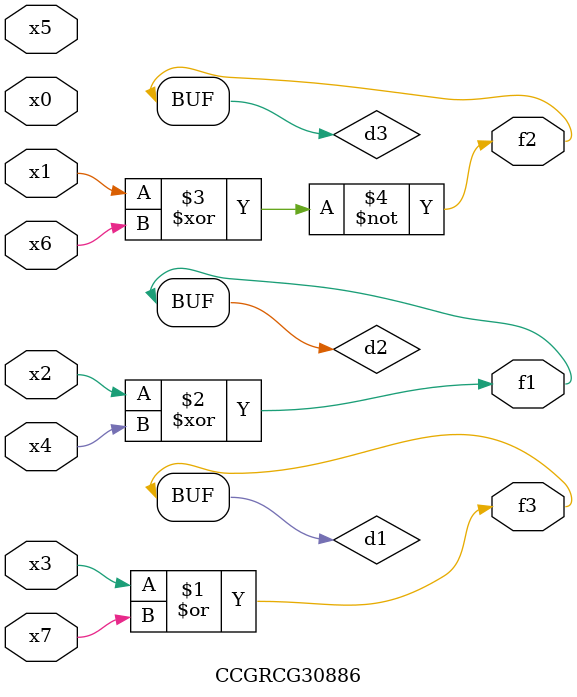
<source format=v>
module CCGRCG30886(
	input x0, x1, x2, x3, x4, x5, x6, x7,
	output f1, f2, f3
);

	wire d1, d2, d3;

	or (d1, x3, x7);
	xor (d2, x2, x4);
	xnor (d3, x1, x6);
	assign f1 = d2;
	assign f2 = d3;
	assign f3 = d1;
endmodule

</source>
